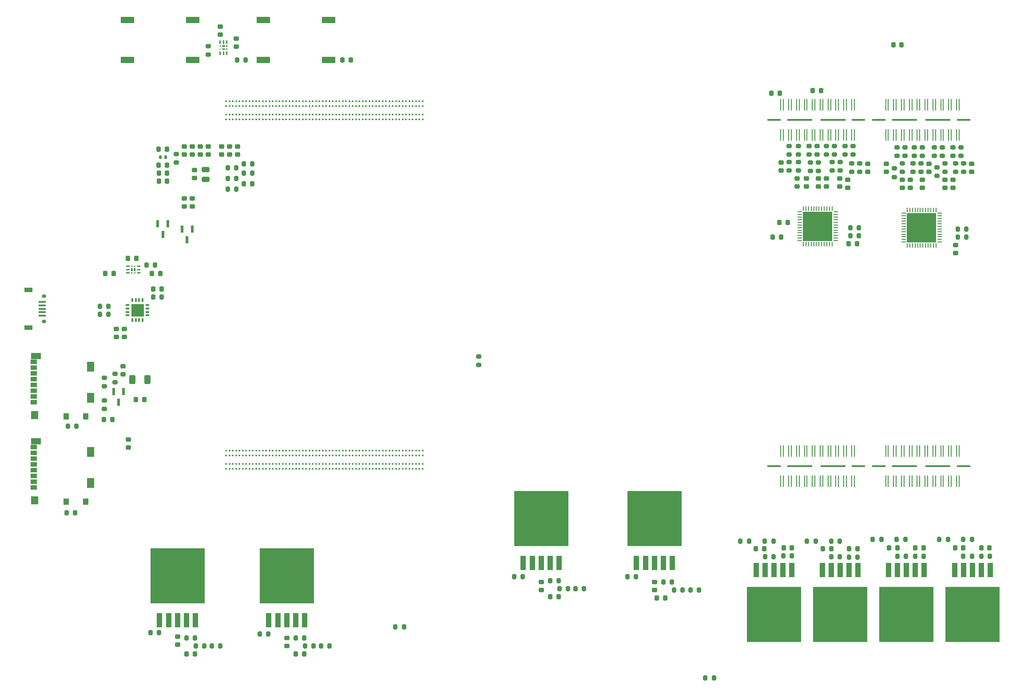
<source format=gtp>
%TF.GenerationSoftware,KiCad,Pcbnew,9.0.2*%
%TF.CreationDate,2025-10-06T13:03:54-05:00*%
%TF.ProjectId,PSEC5_Ctrl_Board,50534543-355f-4437-9472-6c5f426f6172,rev?*%
%TF.SameCoordinates,Original*%
%TF.FileFunction,Paste,Top*%
%TF.FilePolarity,Positive*%
%FSLAX46Y46*%
G04 Gerber Fmt 4.6, Leading zero omitted, Abs format (unit mm)*
G04 Created by KiCad (PCBNEW 9.0.2) date 2025-10-06 13:03:54*
%MOMM*%
%LPD*%
G01*
G04 APERTURE LIST*
G04 Aperture macros list*
%AMRoundRect*
0 Rectangle with rounded corners*
0 $1 Rounding radius*
0 $2 $3 $4 $5 $6 $7 $8 $9 X,Y pos of 4 corners*
0 Add a 4 corners polygon primitive as box body*
4,1,4,$2,$3,$4,$5,$6,$7,$8,$9,$2,$3,0*
0 Add four circle primitives for the rounded corners*
1,1,$1+$1,$2,$3*
1,1,$1+$1,$4,$5*
1,1,$1+$1,$6,$7*
1,1,$1+$1,$8,$9*
0 Add four rect primitives between the rounded corners*
20,1,$1+$1,$2,$3,$4,$5,0*
20,1,$1+$1,$4,$5,$6,$7,0*
20,1,$1+$1,$6,$7,$8,$9,0*
20,1,$1+$1,$8,$9,$2,$3,0*%
G04 Aperture macros list end*
%ADD10C,0.000000*%
%ADD11RoundRect,0.200000X0.275000X-0.200000X0.275000X0.200000X-0.275000X0.200000X-0.275000X-0.200000X0*%
%ADD12RoundRect,0.200000X-0.275000X0.200000X-0.275000X-0.200000X0.275000X-0.200000X0.275000X0.200000X0*%
%ADD13R,2.500000X1.200000*%
%ADD14RoundRect,0.200000X0.200000X0.275000X-0.200000X0.275000X-0.200000X-0.275000X0.200000X-0.275000X0*%
%ADD15RoundRect,0.225000X-0.225000X-0.250000X0.225000X-0.250000X0.225000X0.250000X-0.225000X0.250000X0*%
%ADD16RoundRect,0.225000X-0.250000X0.225000X-0.250000X-0.225000X0.250000X-0.225000X0.250000X0.225000X0*%
%ADD17RoundRect,0.200000X-0.200000X-0.275000X0.200000X-0.275000X0.200000X0.275000X-0.200000X0.275000X0*%
%ADD18RoundRect,0.225000X0.250000X-0.225000X0.250000X0.225000X-0.250000X0.225000X-0.250000X-0.225000X0*%
%ADD19R,1.143000X0.812800*%
%ADD20R,1.041400X1.244600*%
%ADD21R,1.397000X1.600200*%
%ADD22R,1.854200X1.219200*%
%ADD23R,1.397000X1.955800*%
%ADD24RoundRect,0.225000X0.225000X0.250000X-0.225000X0.250000X-0.225000X-0.250000X0.225000X-0.250000X0*%
%ADD25R,1.016000X2.692400*%
%ADD26R,10.414000X10.464800*%
%ADD27R,0.812800X0.254000*%
%ADD28R,0.254000X0.812800*%
%ADD29R,5.638800X5.638800*%
%ADD30R,0.558800X1.320800*%
%ADD31RoundRect,0.250000X-0.312500X-0.625000X0.312500X-0.625000X0.312500X0.625000X-0.312500X0.625000X0*%
%ADD32R,0.304800X0.762000*%
%ADD33R,0.762000X0.304800*%
%ADD34R,2.489200X2.489200*%
%ADD35C,0.356000*%
%ADD36R,1.346200X0.406400*%
%ADD37O,0.850000X0.650000*%
%ADD38R,1.498600X0.812800*%
%ADD39RoundRect,0.250000X-0.475000X0.250000X-0.475000X-0.250000X0.475000X-0.250000X0.475000X0.250000X0*%
%ADD40R,0.280000X2.270000*%
%ADD41R,2.540000X0.430000*%
%ADD42R,4.700000X0.430000*%
%ADD43RoundRect,0.135000X0.135000X0.185000X-0.135000X0.185000X-0.135000X-0.185000X0.135000X-0.185000X0*%
G04 APERTURE END LIST*
D10*
%TO.C,ADC2*%
G36*
X214796700Y-79258300D02*
G01*
X213587000Y-79258300D01*
X213587000Y-78048600D01*
X214796700Y-78048600D01*
X214796700Y-79258300D01*
G37*
G36*
X214796700Y-80668000D02*
G01*
X213587000Y-80668000D01*
X213587000Y-79458300D01*
X214796700Y-79458300D01*
X214796700Y-80668000D01*
G37*
G36*
X214796700Y-82077700D02*
G01*
X213587000Y-82077700D01*
X213587000Y-80868000D01*
X214796700Y-80868000D01*
X214796700Y-82077700D01*
G37*
G36*
X214796700Y-83487400D02*
G01*
X213587000Y-83487400D01*
X213587000Y-82277700D01*
X214796700Y-82277700D01*
X214796700Y-83487400D01*
G37*
G36*
X216206400Y-79258300D02*
G01*
X214996700Y-79258300D01*
X214996700Y-78048600D01*
X216206400Y-78048600D01*
X216206400Y-79258300D01*
G37*
G36*
X216206400Y-80668000D02*
G01*
X214996700Y-80668000D01*
X214996700Y-79458300D01*
X216206400Y-79458300D01*
X216206400Y-80668000D01*
G37*
G36*
X216206400Y-82077700D02*
G01*
X214996700Y-82077700D01*
X214996700Y-80868000D01*
X216206400Y-80868000D01*
X216206400Y-82077700D01*
G37*
G36*
X216206400Y-83487400D02*
G01*
X214996700Y-83487400D01*
X214996700Y-82277700D01*
X216206400Y-82277700D01*
X216206400Y-83487400D01*
G37*
G36*
X217616100Y-79258300D02*
G01*
X216406400Y-79258300D01*
X216406400Y-78048600D01*
X217616100Y-78048600D01*
X217616100Y-79258300D01*
G37*
G36*
X217616100Y-80668000D02*
G01*
X216406400Y-80668000D01*
X216406400Y-79458300D01*
X217616100Y-79458300D01*
X217616100Y-80668000D01*
G37*
G36*
X217616100Y-82077700D02*
G01*
X216406400Y-82077700D01*
X216406400Y-80868000D01*
X217616100Y-80868000D01*
X217616100Y-82077700D01*
G37*
G36*
X217616100Y-83487400D02*
G01*
X216406400Y-83487400D01*
X216406400Y-82277700D01*
X217616100Y-82277700D01*
X217616100Y-83487400D01*
G37*
G36*
X219025800Y-79258300D02*
G01*
X217816100Y-79258300D01*
X217816100Y-78048600D01*
X219025800Y-78048600D01*
X219025800Y-79258300D01*
G37*
G36*
X219025800Y-80668000D02*
G01*
X217816100Y-80668000D01*
X217816100Y-79458300D01*
X219025800Y-79458300D01*
X219025800Y-80668000D01*
G37*
G36*
X219025800Y-82077700D02*
G01*
X217816100Y-82077700D01*
X217816100Y-80868000D01*
X219025800Y-80868000D01*
X219025800Y-82077700D01*
G37*
G36*
X219025800Y-83487400D02*
G01*
X217816100Y-83487400D01*
X217816100Y-82277700D01*
X219025800Y-82277700D01*
X219025800Y-83487400D01*
G37*
%TO.C,U12*%
G36*
X102486999Y-45977000D02*
G01*
X102236999Y-45977000D01*
X102236999Y-45326999D01*
X102486999Y-45326999D01*
X102486999Y-45977000D01*
G37*
G36*
X102486999Y-48077001D02*
G01*
X102236999Y-48077001D01*
X102236999Y-47427000D01*
X102486999Y-47427000D01*
X102486999Y-48077001D01*
G37*
G36*
X103137000Y-45977000D02*
G01*
X102886998Y-45977000D01*
X102886998Y-45326999D01*
X103137000Y-45326999D01*
X103137000Y-45977000D01*
G37*
G36*
X103137000Y-48077001D02*
G01*
X102886998Y-48077001D01*
X102886998Y-47427000D01*
X103137000Y-47427000D01*
X103137000Y-48077001D01*
G37*
G36*
X103786999Y-45977000D02*
G01*
X103536999Y-45977000D01*
X103536999Y-45326999D01*
X103786999Y-45326999D01*
X103786999Y-45977000D01*
G37*
G36*
X103786999Y-48077001D02*
G01*
X103536999Y-48077001D01*
X103536999Y-47427000D01*
X103786999Y-47427000D01*
X103786999Y-48077001D01*
G37*
G36*
X102518299Y-46460579D02*
G01*
X102376878Y-46602000D01*
X102286829Y-46602000D01*
X102286829Y-46268930D01*
X102518299Y-46268930D01*
X102518299Y-46460579D01*
G37*
G36*
X102518299Y-46943421D02*
G01*
X102518299Y-47135070D01*
X102286829Y-47135070D01*
X102286829Y-46802000D01*
X102376878Y-46802000D01*
X102518299Y-46943421D01*
G37*
G36*
X103737169Y-46602000D02*
G01*
X103647120Y-46602000D01*
X103505699Y-46460579D01*
X103505699Y-46268930D01*
X103737169Y-46268930D01*
X103737169Y-46602000D01*
G37*
G36*
X103737169Y-47135070D02*
G01*
X103505699Y-47135070D01*
X103505699Y-46943421D01*
X103647120Y-46802000D01*
X103737169Y-46802000D01*
X103737169Y-47135070D01*
G37*
G36*
X103305699Y-46460579D02*
G01*
X103164278Y-46602000D01*
X102859720Y-46602000D01*
X102718299Y-46460579D01*
X102718299Y-46268930D01*
X103305699Y-46268930D01*
X103305699Y-46460579D01*
G37*
G36*
X103305699Y-46943421D02*
G01*
X103305699Y-47135070D01*
X102718299Y-47135070D01*
X102718299Y-46943421D01*
X102859720Y-46802000D01*
X103164278Y-46802000D01*
X103305699Y-46943421D01*
G37*
%TO.C,U11*%
G36*
X85093000Y-88487001D02*
G01*
X84442999Y-88487001D01*
X84442999Y-88237001D01*
X85093000Y-88237001D01*
X85093000Y-88487001D01*
G37*
G36*
X85093000Y-89137002D02*
G01*
X84442999Y-89137002D01*
X84442999Y-88887000D01*
X85093000Y-88887000D01*
X85093000Y-89137002D01*
G37*
G36*
X85093000Y-89787001D02*
G01*
X84442999Y-89787001D01*
X84442999Y-89537001D01*
X85093000Y-89537001D01*
X85093000Y-89787001D01*
G37*
G36*
X87193001Y-88487001D02*
G01*
X86543000Y-88487001D01*
X86543000Y-88237001D01*
X87193001Y-88237001D01*
X87193001Y-88487001D01*
G37*
G36*
X87193001Y-89137002D02*
G01*
X86543000Y-89137002D01*
X86543000Y-88887000D01*
X87193001Y-88887000D01*
X87193001Y-89137002D01*
G37*
G36*
X87193001Y-89787001D02*
G01*
X86543000Y-89787001D01*
X86543000Y-89537001D01*
X87193001Y-89537001D01*
X87193001Y-89787001D01*
G37*
G36*
X85718000Y-88376880D02*
G01*
X85576579Y-88518301D01*
X85384930Y-88518301D01*
X85384930Y-88286831D01*
X85718000Y-88286831D01*
X85718000Y-88376880D01*
G37*
G36*
X85718000Y-89647122D02*
G01*
X85718000Y-89737171D01*
X85384930Y-89737171D01*
X85384930Y-89505701D01*
X85576579Y-89505701D01*
X85718000Y-89647122D01*
G37*
G36*
X86251070Y-88518301D02*
G01*
X86059421Y-88518301D01*
X85918000Y-88376880D01*
X85918000Y-88286831D01*
X86251070Y-88286831D01*
X86251070Y-88518301D01*
G37*
G36*
X86251070Y-89737171D02*
G01*
X85918000Y-89737171D01*
X85918000Y-89647122D01*
X86059421Y-89505701D01*
X86251070Y-89505701D01*
X86251070Y-89737171D01*
G37*
G36*
X85718000Y-88859722D02*
G01*
X85718000Y-89164280D01*
X85576579Y-89305701D01*
X85384930Y-89305701D01*
X85384930Y-88718301D01*
X85576579Y-88718301D01*
X85718000Y-88859722D01*
G37*
G36*
X86251070Y-89305701D02*
G01*
X86059421Y-89305701D01*
X85918000Y-89164280D01*
X85918000Y-88859722D01*
X86059421Y-88718301D01*
X86251070Y-88718301D01*
X86251070Y-89305701D01*
G37*
%TO.C,ADC1*%
G36*
X234608700Y-79516300D02*
G01*
X233399000Y-79516300D01*
X233399000Y-78306600D01*
X234608700Y-78306600D01*
X234608700Y-79516300D01*
G37*
G36*
X234608700Y-80926000D02*
G01*
X233399000Y-80926000D01*
X233399000Y-79716300D01*
X234608700Y-79716300D01*
X234608700Y-80926000D01*
G37*
G36*
X234608700Y-82335700D02*
G01*
X233399000Y-82335700D01*
X233399000Y-81126000D01*
X234608700Y-81126000D01*
X234608700Y-82335700D01*
G37*
G36*
X234608700Y-83745400D02*
G01*
X233399000Y-83745400D01*
X233399000Y-82535700D01*
X234608700Y-82535700D01*
X234608700Y-83745400D01*
G37*
G36*
X236018400Y-79516300D02*
G01*
X234808700Y-79516300D01*
X234808700Y-78306600D01*
X236018400Y-78306600D01*
X236018400Y-79516300D01*
G37*
G36*
X236018400Y-80926000D02*
G01*
X234808700Y-80926000D01*
X234808700Y-79716300D01*
X236018400Y-79716300D01*
X236018400Y-80926000D01*
G37*
G36*
X236018400Y-82335700D02*
G01*
X234808700Y-82335700D01*
X234808700Y-81126000D01*
X236018400Y-81126000D01*
X236018400Y-82335700D01*
G37*
G36*
X236018400Y-83745400D02*
G01*
X234808700Y-83745400D01*
X234808700Y-82535700D01*
X236018400Y-82535700D01*
X236018400Y-83745400D01*
G37*
G36*
X237428100Y-79516300D02*
G01*
X236218400Y-79516300D01*
X236218400Y-78306600D01*
X237428100Y-78306600D01*
X237428100Y-79516300D01*
G37*
G36*
X237428100Y-80926000D02*
G01*
X236218400Y-80926000D01*
X236218400Y-79716300D01*
X237428100Y-79716300D01*
X237428100Y-80926000D01*
G37*
G36*
X237428100Y-82335700D02*
G01*
X236218400Y-82335700D01*
X236218400Y-81126000D01*
X237428100Y-81126000D01*
X237428100Y-82335700D01*
G37*
G36*
X237428100Y-83745400D02*
G01*
X236218400Y-83745400D01*
X236218400Y-82535700D01*
X237428100Y-82535700D01*
X237428100Y-83745400D01*
G37*
G36*
X238837800Y-79516300D02*
G01*
X237628100Y-79516300D01*
X237628100Y-78306600D01*
X238837800Y-78306600D01*
X238837800Y-79516300D01*
G37*
G36*
X238837800Y-80926000D02*
G01*
X237628100Y-80926000D01*
X237628100Y-79716300D01*
X238837800Y-79716300D01*
X238837800Y-80926000D01*
G37*
G36*
X238837800Y-82335700D02*
G01*
X237628100Y-82335700D01*
X237628100Y-81126000D01*
X238837800Y-81126000D01*
X238837800Y-82335700D01*
G37*
G36*
X238837800Y-83745400D02*
G01*
X237628100Y-83745400D01*
X237628100Y-82535700D01*
X238837800Y-82535700D01*
X238837800Y-83745400D01*
G37*
%TD*%
D11*
%TO.C,R68*%
X80264000Y-115633000D03*
X80264000Y-113983000D03*
%TD*%
D12*
%TO.C,R62*%
X219075000Y-68517000D03*
X219075000Y-70167000D03*
%TD*%
D13*
%TO.C,SW2*%
X123090000Y-41402000D03*
X110590000Y-41402000D03*
X123090000Y-49022000D03*
X110590000Y-49022000D03*
%TD*%
D14*
%TO.C,R18*%
X244665000Y-81280000D03*
X243015000Y-81280000D03*
%TD*%
D15*
%TO.C,C27*%
X116827000Y-162306000D03*
X118377000Y-162306000D03*
%TD*%
D14*
%TO.C,R83*%
X74993000Y-118872000D03*
X73343000Y-118872000D03*
%TD*%
D16*
%TO.C,C7*%
X214122000Y-71615000D03*
X214122000Y-73165000D03*
%TD*%
D15*
%TO.C,C122*%
X86347000Y-113792000D03*
X87897000Y-113792000D03*
%TD*%
%TO.C,C18*%
X165341000Y-151384000D03*
X166891000Y-151384000D03*
%TD*%
D12*
%TO.C,R72*%
X210820000Y-65469000D03*
X210820000Y-67119000D03*
%TD*%
D17*
%TO.C,R26*%
X106871000Y-70612000D03*
X108521000Y-70612000D03*
%TD*%
D18*
%TO.C,C61*%
X97028000Y-76975000D03*
X97028000Y-75425000D03*
%TD*%
%TO.C,C94*%
X83820000Y-108979000D03*
X83820000Y-107429000D03*
%TD*%
D19*
%TO.C,J6*%
X66868500Y-114357000D03*
X66868500Y-113257000D03*
X66868500Y-112156999D03*
X66868500Y-111056999D03*
X66868500Y-109956999D03*
X66868500Y-108856998D03*
X66868500Y-107757001D03*
X66868500Y-106657000D03*
D20*
X73018500Y-116992001D03*
X76718500Y-116992001D03*
D21*
X66993501Y-116817000D03*
D22*
X67218499Y-105497000D03*
D23*
X77693500Y-107522010D03*
X77693500Y-113492011D03*
%TD*%
D24*
%TO.C,C22*%
X206075000Y-142300000D03*
X204525000Y-142300000D03*
%TD*%
D16*
%TO.C,C66*%
X84074000Y-100330000D03*
X84074000Y-101880000D03*
%TD*%
D24*
%TO.C,C4*%
X187211000Y-151638000D03*
X185661000Y-151638000D03*
%TD*%
D12*
%TO.C,R53*%
X214630000Y-65469000D03*
X214630000Y-67119000D03*
%TD*%
D17*
%TO.C,R28*%
X106871000Y-68834000D03*
X108521000Y-68834000D03*
%TD*%
D24*
%TO.C,C20*%
X218875000Y-142300000D03*
X217325000Y-142300000D03*
%TD*%
D12*
%TO.C,R15*%
X242062000Y-65723000D03*
X242062000Y-67373000D03*
%TD*%
D17*
%TO.C,R42*%
X231475000Y-143700000D03*
X233125000Y-143700000D03*
%TD*%
D12*
%TO.C,R98*%
X212598000Y-68517000D03*
X212598000Y-70167000D03*
%TD*%
%TO.C,R25*%
X236220000Y-65723000D03*
X236220000Y-67373000D03*
%TD*%
D16*
%TO.C,C74*%
X229362000Y-68821000D03*
X229362000Y-70371000D03*
%TD*%
D12*
%TO.C,R58*%
X82296000Y-108903000D03*
X82296000Y-110553000D03*
%TD*%
D15*
%TO.C,C12*%
X234925000Y-142100000D03*
X236475000Y-142100000D03*
%TD*%
D13*
%TO.C,SW1*%
X97182000Y-41402000D03*
X84682000Y-41402000D03*
X97182000Y-49022000D03*
X84682000Y-49022000D03*
%TD*%
D24*
%TO.C,C109*%
X209309000Y-82804000D03*
X207759000Y-82804000D03*
%TD*%
D25*
%TO.C,LDO4*%
X111658400Y-155854400D03*
X113360200Y-155854400D03*
X115062000Y-155854400D03*
X116763800Y-155854400D03*
X118465600Y-155854400D03*
D26*
X115062000Y-147421600D03*
%TD*%
D12*
%TO.C,R51*%
X217932000Y-65469000D03*
X217932000Y-67119000D03*
%TD*%
D17*
%TO.C,R14*%
X100775000Y-160782000D03*
X102425000Y-160782000D03*
%TD*%
D24*
%TO.C,C46*%
X92228000Y-72136000D03*
X90678000Y-72136000D03*
%TD*%
D18*
%TO.C,C21*%
X105664000Y-67082000D03*
X105664000Y-65532000D03*
%TD*%
D17*
%TO.C,R29*%
X194875000Y-166900000D03*
X196525000Y-166900000D03*
%TD*%
D15*
%TO.C,C3*%
X247525000Y-142100000D03*
X249075000Y-142100000D03*
%TD*%
D27*
%TO.C,ADC2*%
X212902800Y-78018000D03*
X212902800Y-78517999D03*
X212902800Y-79018001D03*
X212902800Y-79518000D03*
X212902800Y-80017999D03*
X212902800Y-80518000D03*
X212902800Y-81018000D03*
X212902800Y-81518001D03*
X212902800Y-82018000D03*
X212902800Y-82517999D03*
X212902800Y-83018001D03*
X212902800Y-83518000D03*
D28*
X213556400Y-84171600D03*
X214056399Y-84171600D03*
X214556401Y-84171600D03*
X215056400Y-84171600D03*
X215556399Y-84171600D03*
X216056400Y-84171600D03*
X216556400Y-84171600D03*
X217056401Y-84171600D03*
X217556400Y-84171600D03*
X218056399Y-84171600D03*
X218556401Y-84171600D03*
X219056400Y-84171600D03*
D27*
X219710000Y-83518000D03*
X219710000Y-83018001D03*
X219710000Y-82517999D03*
X219710000Y-82018000D03*
X219710000Y-81518001D03*
X219710000Y-81018000D03*
X219710000Y-80518000D03*
X219710000Y-80017999D03*
X219710000Y-79518000D03*
X219710000Y-79018001D03*
X219710000Y-78517999D03*
X219710000Y-78018000D03*
D28*
X219056400Y-77364400D03*
X218556401Y-77364400D03*
X218056399Y-77364400D03*
X217556400Y-77364400D03*
X217056401Y-77364400D03*
X216556400Y-77364400D03*
X216056400Y-77364400D03*
X215556399Y-77364400D03*
X215056400Y-77364400D03*
X214556401Y-77364400D03*
X214056399Y-77364400D03*
X213556400Y-77364400D03*
D29*
X216306400Y-80768000D03*
%TD*%
D17*
%TO.C,R38*%
X222275000Y-143900000D03*
X223925000Y-143900000D03*
%TD*%
D18*
%TO.C,C52*%
X100089000Y-67082000D03*
X100089000Y-65532000D03*
%TD*%
D12*
%TO.C,R96*%
X222758000Y-68771000D03*
X222758000Y-70421000D03*
%TD*%
D16*
%TO.C,C15*%
X94234000Y-158991000D03*
X94234000Y-160541000D03*
%TD*%
D15*
%TO.C,R86*%
X215379000Y-54864000D03*
X216929000Y-54864000D03*
%TD*%
D12*
%TO.C,R80*%
X242570000Y-68771000D03*
X242570000Y-70421000D03*
%TD*%
D30*
%TO.C,Q4*%
X83944501Y-112268000D03*
X82044499Y-112268000D03*
X82994500Y-114300000D03*
%TD*%
D12*
%TO.C,R54*%
X212598000Y-65469000D03*
X212598000Y-67119000D03*
%TD*%
D19*
%TO.C,J3*%
X66868500Y-130613000D03*
X66868500Y-129513000D03*
X66868500Y-128412999D03*
X66868500Y-127312999D03*
X66868500Y-126212999D03*
X66868500Y-125112998D03*
X66868500Y-124013001D03*
X66868500Y-122913000D03*
D20*
X73018500Y-133248001D03*
X76718500Y-133248001D03*
D21*
X66993501Y-133073000D03*
D22*
X67218499Y-121753000D03*
D23*
X77693500Y-123778010D03*
X77693500Y-129748011D03*
%TD*%
D16*
%TO.C,C111*%
X242570000Y-84315000D03*
X242570000Y-85865000D03*
%TD*%
D14*
%TO.C,R101*%
X245725000Y-140500000D03*
X244075000Y-140500000D03*
%TD*%
D17*
%TO.C,R13*%
X95949000Y-159258000D03*
X97599000Y-159258000D03*
%TD*%
D12*
%TO.C,R46*%
X232918000Y-65723000D03*
X232918000Y-67373000D03*
%TD*%
D17*
%TO.C,R12*%
X89091000Y-158242000D03*
X90741000Y-158242000D03*
%TD*%
D16*
%TO.C,C77*%
X233934000Y-71869000D03*
X233934000Y-73419000D03*
%TD*%
D17*
%TO.C,R103*%
X118555000Y-160782000D03*
X120205000Y-160782000D03*
%TD*%
D12*
%TO.C,R90*%
X239014000Y-69533000D03*
X239014000Y-71183000D03*
%TD*%
D31*
%TO.C,FB2*%
X85598000Y-109982000D03*
X88523000Y-109982000D03*
%TD*%
D32*
%TO.C,U9*%
X87588999Y-94856300D03*
X86939001Y-94856300D03*
X86288999Y-94856300D03*
X85639001Y-94856300D03*
D33*
X84696300Y-95799001D03*
X84696300Y-96448999D03*
X84696300Y-97099001D03*
X84696300Y-97748999D03*
D32*
X85639001Y-98691700D03*
X86288999Y-98691700D03*
X86939001Y-98691700D03*
X87588999Y-98691700D03*
D33*
X88531700Y-97748999D03*
X88531700Y-97099001D03*
X88531700Y-96448999D03*
X88531700Y-95799001D03*
D34*
X86614000Y-96774000D03*
%TD*%
D15*
%TO.C,C26*%
X95999000Y-162306000D03*
X97549000Y-162306000D03*
%TD*%
D17*
%TO.C,R33*%
X192024000Y-150114000D03*
X193674000Y-150114000D03*
%TD*%
D18*
%TO.C,C63*%
X95530000Y-76975000D03*
X95530000Y-75425000D03*
%TD*%
%TO.C,C49*%
X97028000Y-67069000D03*
X97028000Y-65519000D03*
%TD*%
D24*
%TO.C,C48*%
X92228000Y-70612000D03*
X90678000Y-70612000D03*
%TD*%
D16*
%TO.C,C25*%
X221996000Y-71869000D03*
X221996000Y-73419000D03*
%TD*%
D35*
%TO.C,J10*%
X140975500Y-56924000D03*
X140340500Y-56924000D03*
X139705500Y-56924000D03*
X139070500Y-56924000D03*
X138435500Y-56924000D03*
X137800500Y-56924000D03*
X137165500Y-56924000D03*
X136530500Y-56924000D03*
X135895500Y-56924000D03*
X135260500Y-56924000D03*
X134625500Y-56924000D03*
X133990500Y-56924000D03*
X133355500Y-56924000D03*
X132720500Y-56924000D03*
X132085500Y-56924000D03*
X131450500Y-56924000D03*
X130815500Y-56924000D03*
X130180500Y-56924000D03*
X129545500Y-56924000D03*
X128910500Y-56924000D03*
X128275500Y-56924000D03*
X127640500Y-56924000D03*
X127005500Y-56924000D03*
X126370500Y-56924000D03*
X125735500Y-56924000D03*
X125100500Y-56924000D03*
X124465500Y-56924000D03*
X123830500Y-56924000D03*
X123195500Y-56924000D03*
X122560500Y-56924000D03*
X121925500Y-56924000D03*
X121290500Y-56924000D03*
X120655500Y-56924000D03*
X120020500Y-56924000D03*
X119385500Y-56924000D03*
X118750500Y-56924000D03*
X118115500Y-56924000D03*
X117480500Y-56924000D03*
X116845500Y-56924000D03*
X116210500Y-56924000D03*
X115575500Y-56924000D03*
X114940500Y-56924000D03*
X114305500Y-56924000D03*
X113670500Y-56924000D03*
X113035500Y-56924000D03*
X112400500Y-56924000D03*
X111765500Y-56924000D03*
X111130500Y-56924000D03*
X110495500Y-56924000D03*
X109860500Y-56924000D03*
X109225500Y-56924000D03*
X108590500Y-56924000D03*
X107955500Y-56924000D03*
X107320500Y-56924000D03*
X106685500Y-56924000D03*
X106050500Y-56924000D03*
X105415500Y-56924000D03*
X104780500Y-56924000D03*
X104145500Y-56924000D03*
X103510500Y-56924000D03*
X140975500Y-57884000D03*
X140340500Y-57884000D03*
X139705500Y-57884000D03*
X139070500Y-57884000D03*
X138435500Y-57884000D03*
X137800500Y-57884000D03*
X137165500Y-57884000D03*
X136530500Y-57884000D03*
X135895500Y-57884000D03*
X135260500Y-57884000D03*
X134625500Y-57884000D03*
X133990500Y-57884000D03*
X133355500Y-57884000D03*
X132720500Y-57884000D03*
X132085500Y-57884000D03*
X131450500Y-57884000D03*
X130815500Y-57884000D03*
X130180500Y-57884000D03*
X129545500Y-57884000D03*
X128910500Y-57884000D03*
X128275500Y-57884000D03*
X127640500Y-57884000D03*
X127005500Y-57884000D03*
X126370500Y-57884000D03*
X125735500Y-57884000D03*
X125100500Y-57884000D03*
X124465500Y-57884000D03*
X123830500Y-57884000D03*
X123195500Y-57884000D03*
X122560500Y-57884000D03*
X121925500Y-57884000D03*
X121290500Y-57884000D03*
X120655500Y-57884000D03*
X120020500Y-57884000D03*
X119385500Y-57884000D03*
X118750500Y-57884000D03*
X118115500Y-57884000D03*
X117480500Y-57884000D03*
X116845500Y-57884000D03*
X116210500Y-57884000D03*
X115575500Y-57884000D03*
X114940500Y-57884000D03*
X114305500Y-57884000D03*
X113670500Y-57884000D03*
X113035500Y-57884000D03*
X112400500Y-57884000D03*
X111765500Y-57884000D03*
X111130500Y-57884000D03*
X110495500Y-57884000D03*
X109860500Y-57884000D03*
X109225500Y-57884000D03*
X108590500Y-57884000D03*
X107955500Y-57884000D03*
X107320500Y-57884000D03*
X106685500Y-57884000D03*
X106050500Y-57884000D03*
X105415500Y-57884000D03*
X104780500Y-57884000D03*
X104145500Y-57884000D03*
X103510500Y-57884000D03*
X140975500Y-59464000D03*
X140340500Y-59464000D03*
X139705500Y-59464000D03*
X139070500Y-59464000D03*
X138435500Y-59464000D03*
X137800500Y-59464000D03*
X137165500Y-59464000D03*
X136530500Y-59464000D03*
X135895500Y-59464000D03*
X135260500Y-59464000D03*
X134625500Y-59464000D03*
X133990500Y-59464000D03*
X133355500Y-59464000D03*
X132720500Y-59464000D03*
X132085500Y-59464000D03*
X131450500Y-59464000D03*
X130815500Y-59464000D03*
X130180500Y-59464000D03*
X129545500Y-59464000D03*
X128910500Y-59464000D03*
X128275500Y-59464000D03*
X127640500Y-59464000D03*
X127005500Y-59464000D03*
X126370500Y-59464000D03*
X125735500Y-59464000D03*
X125100500Y-59464000D03*
X124465500Y-59464000D03*
X123830500Y-59464000D03*
X123195500Y-59464000D03*
X122560500Y-59464000D03*
X121925500Y-59464000D03*
X121290500Y-59464000D03*
X120655500Y-59464000D03*
X120020500Y-59464000D03*
X119385500Y-59464000D03*
X118750500Y-59464000D03*
X118115500Y-59464000D03*
X117480500Y-59464000D03*
X116845500Y-59464000D03*
X116210500Y-59464000D03*
X115575500Y-59464000D03*
X114940500Y-59464000D03*
X114305500Y-59464000D03*
X113670500Y-59464000D03*
X113035500Y-59464000D03*
X112400500Y-59464000D03*
X111765500Y-59464000D03*
X111130500Y-59464000D03*
X110495500Y-59464000D03*
X109860500Y-59464000D03*
X109225500Y-59464000D03*
X108590500Y-59464000D03*
X107955500Y-59464000D03*
X107320500Y-59464000D03*
X106685500Y-59464000D03*
X106050500Y-59464000D03*
X105415500Y-59464000D03*
X104780500Y-59464000D03*
X104145500Y-59464000D03*
X103510500Y-59464000D03*
X140975500Y-60424000D03*
X140340500Y-60424000D03*
X139705500Y-60424000D03*
X139070500Y-60424000D03*
X138435500Y-60424000D03*
X137800500Y-60424000D03*
X137165500Y-60424000D03*
X136530500Y-60424000D03*
X135895500Y-60424000D03*
X135260500Y-60424000D03*
X134625500Y-60424000D03*
X133990500Y-60424000D03*
X133355500Y-60424000D03*
X132720500Y-60424000D03*
X132085500Y-60424000D03*
X131450500Y-60424000D03*
X130815500Y-60424000D03*
X130180500Y-60424000D03*
X129545500Y-60424000D03*
X128910500Y-60424000D03*
X128275500Y-60424000D03*
X127640500Y-60424000D03*
X127005500Y-60424000D03*
X126370500Y-60424000D03*
X125735500Y-60424000D03*
X125100500Y-60424000D03*
X124465500Y-60424000D03*
X123830500Y-60424000D03*
X123195500Y-60424000D03*
X122560500Y-60424000D03*
X121925500Y-60424000D03*
X121290500Y-60424000D03*
X120655500Y-60424000D03*
X120020500Y-60424000D03*
X119385500Y-60424000D03*
X118750500Y-60424000D03*
X118115500Y-60424000D03*
X117480500Y-60424000D03*
X116845500Y-60424000D03*
X116210500Y-60424000D03*
X115575500Y-60424000D03*
X114940500Y-60424000D03*
X114305500Y-60424000D03*
X113670500Y-60424000D03*
X113035500Y-60424000D03*
X112400500Y-60424000D03*
X111765500Y-60424000D03*
X111130500Y-60424000D03*
X110495500Y-60424000D03*
X109860500Y-60424000D03*
X109225500Y-60424000D03*
X108590500Y-60424000D03*
X107955500Y-60424000D03*
X107320500Y-60424000D03*
X106685500Y-60424000D03*
X106050500Y-60424000D03*
X105415500Y-60424000D03*
X104780500Y-60424000D03*
X104145500Y-60424000D03*
X103510500Y-60424000D03*
%TD*%
D17*
%TO.C,R36*%
X170117000Y-149860000D03*
X171767000Y-149860000D03*
%TD*%
D16*
%TO.C,C98*%
X245618000Y-68821000D03*
X245618000Y-70371000D03*
%TD*%
D12*
%TO.C,R99*%
X210820000Y-68517000D03*
X210820000Y-70167000D03*
%TD*%
D14*
%TO.C,R107*%
X220525000Y-140800000D03*
X218875000Y-140800000D03*
%TD*%
%TO.C,R87*%
X81089000Y-97536000D03*
X79439000Y-97536000D03*
%TD*%
D24*
%TO.C,C45*%
X82055000Y-89776300D03*
X80505000Y-89776300D03*
%TD*%
D35*
%TO.C,J5*%
X140975500Y-123536000D03*
X140340500Y-123536000D03*
X139705500Y-123536000D03*
X139070500Y-123536000D03*
X138435500Y-123536000D03*
X137800500Y-123536000D03*
X137165500Y-123536000D03*
X136530500Y-123536000D03*
X135895500Y-123536000D03*
X135260500Y-123536000D03*
X134625500Y-123536000D03*
X133990500Y-123536000D03*
X133355500Y-123536000D03*
X132720500Y-123536000D03*
X132085500Y-123536000D03*
X131450500Y-123536000D03*
X130815500Y-123536000D03*
X130180500Y-123536000D03*
X129545500Y-123536000D03*
X128910500Y-123536000D03*
X128275500Y-123536000D03*
X127640500Y-123536000D03*
X127005500Y-123536000D03*
X126370500Y-123536000D03*
X125735500Y-123536000D03*
X125100500Y-123536000D03*
X124465500Y-123536000D03*
X123830500Y-123536000D03*
X123195500Y-123536000D03*
X122560500Y-123536000D03*
X121925500Y-123536000D03*
X121290500Y-123536000D03*
X120655500Y-123536000D03*
X120020500Y-123536000D03*
X119385500Y-123536000D03*
X118750500Y-123536000D03*
X118115500Y-123536000D03*
X117480500Y-123536000D03*
X116845500Y-123536000D03*
X116210500Y-123536000D03*
X115575500Y-123536000D03*
X114940500Y-123536000D03*
X114305500Y-123536000D03*
X113670500Y-123536000D03*
X113035500Y-123536000D03*
X112400500Y-123536000D03*
X111765500Y-123536000D03*
X111130500Y-123536000D03*
X110495500Y-123536000D03*
X109860500Y-123536000D03*
X109225500Y-123536000D03*
X108590500Y-123536000D03*
X107955500Y-123536000D03*
X107320500Y-123536000D03*
X106685500Y-123536000D03*
X106050500Y-123536000D03*
X105415500Y-123536000D03*
X104780500Y-123536000D03*
X104145500Y-123536000D03*
X103510500Y-123536000D03*
X140975500Y-124496000D03*
X140340500Y-124496000D03*
X139705500Y-124496000D03*
X139070500Y-124496000D03*
X138435500Y-124496000D03*
X137800500Y-124496000D03*
X137165500Y-124496000D03*
X136530500Y-124496000D03*
X135895500Y-124496000D03*
X135260500Y-124496000D03*
X134625500Y-124496000D03*
X133990500Y-124496000D03*
X133355500Y-124496000D03*
X132720500Y-124496000D03*
X132085500Y-124496000D03*
X131450500Y-124496000D03*
X130815500Y-124496000D03*
X130180500Y-124496000D03*
X129545500Y-124496000D03*
X128910500Y-124496000D03*
X128275500Y-124496000D03*
X127640500Y-124496000D03*
X127005500Y-124496000D03*
X126370500Y-124496000D03*
X125735500Y-124496000D03*
X125100500Y-124496000D03*
X124465500Y-124496000D03*
X123830500Y-124496000D03*
X123195500Y-124496000D03*
X122560500Y-124496000D03*
X121925500Y-124496000D03*
X121290500Y-124496000D03*
X120655500Y-124496000D03*
X120020500Y-124496000D03*
X119385500Y-124496000D03*
X118750500Y-124496000D03*
X118115500Y-124496000D03*
X117480500Y-124496000D03*
X116845500Y-124496000D03*
X116210500Y-124496000D03*
X115575500Y-124496000D03*
X114940500Y-124496000D03*
X114305500Y-124496000D03*
X113670500Y-124496000D03*
X113035500Y-124496000D03*
X112400500Y-124496000D03*
X111765500Y-124496000D03*
X111130500Y-124496000D03*
X110495500Y-124496000D03*
X109860500Y-124496000D03*
X109225500Y-124496000D03*
X108590500Y-124496000D03*
X107955500Y-124496000D03*
X107320500Y-124496000D03*
X106685500Y-124496000D03*
X106050500Y-124496000D03*
X105415500Y-124496000D03*
X104780500Y-124496000D03*
X104145500Y-124496000D03*
X103510500Y-124496000D03*
X140975500Y-126076000D03*
X140340500Y-126076000D03*
X139705500Y-126076000D03*
X139070500Y-126076000D03*
X138435500Y-126076000D03*
X137800500Y-126076000D03*
X137165500Y-126076000D03*
X136530500Y-126076000D03*
X135895500Y-126076000D03*
X135260500Y-126076000D03*
X134625500Y-126076000D03*
X133990500Y-126076000D03*
X133355500Y-126076000D03*
X132720500Y-126076000D03*
X132085500Y-126076000D03*
X131450500Y-126076000D03*
X130815500Y-126076000D03*
X130180500Y-126076000D03*
X129545500Y-126076000D03*
X128910500Y-126076000D03*
X128275500Y-126076000D03*
X127640500Y-126076000D03*
X127005500Y-126076000D03*
X126370500Y-126076000D03*
X125735500Y-126076000D03*
X125100500Y-126076000D03*
X124465500Y-126076000D03*
X123830500Y-126076000D03*
X123195500Y-126076000D03*
X122560500Y-126076000D03*
X121925500Y-126076000D03*
X121290500Y-126076000D03*
X120655500Y-126076000D03*
X120020500Y-126076000D03*
X119385500Y-126076000D03*
X118750500Y-126076000D03*
X118115500Y-126076000D03*
X117480500Y-126076000D03*
X116845500Y-126076000D03*
X116210500Y-126076000D03*
X115575500Y-126076000D03*
X114940500Y-126076000D03*
X114305500Y-126076000D03*
X113670500Y-126076000D03*
X113035500Y-126076000D03*
X112400500Y-126076000D03*
X111765500Y-126076000D03*
X111130500Y-126076000D03*
X110495500Y-126076000D03*
X109860500Y-126076000D03*
X109225500Y-126076000D03*
X108590500Y-126076000D03*
X107955500Y-126076000D03*
X107320500Y-126076000D03*
X106685500Y-126076000D03*
X106050500Y-126076000D03*
X105415500Y-126076000D03*
X104780500Y-126076000D03*
X104145500Y-126076000D03*
X103510500Y-126076000D03*
X140975500Y-127036000D03*
X140340500Y-127036000D03*
X139705500Y-127036000D03*
X139070500Y-127036000D03*
X138435500Y-127036000D03*
X137800500Y-127036000D03*
X137165500Y-127036000D03*
X136530500Y-127036000D03*
X135895500Y-127036000D03*
X135260500Y-127036000D03*
X134625500Y-127036000D03*
X133990500Y-127036000D03*
X133355500Y-127036000D03*
X132720500Y-127036000D03*
X132085500Y-127036000D03*
X131450500Y-127036000D03*
X130815500Y-127036000D03*
X130180500Y-127036000D03*
X129545500Y-127036000D03*
X128910500Y-127036000D03*
X128275500Y-127036000D03*
X127640500Y-127036000D03*
X127005500Y-127036000D03*
X126370500Y-127036000D03*
X125735500Y-127036000D03*
X125100500Y-127036000D03*
X124465500Y-127036000D03*
X123830500Y-127036000D03*
X123195500Y-127036000D03*
X122560500Y-127036000D03*
X121925500Y-127036000D03*
X121290500Y-127036000D03*
X120655500Y-127036000D03*
X120020500Y-127036000D03*
X119385500Y-127036000D03*
X118750500Y-127036000D03*
X118115500Y-127036000D03*
X117480500Y-127036000D03*
X116845500Y-127036000D03*
X116210500Y-127036000D03*
X115575500Y-127036000D03*
X114940500Y-127036000D03*
X114305500Y-127036000D03*
X113670500Y-127036000D03*
X113035500Y-127036000D03*
X112400500Y-127036000D03*
X111765500Y-127036000D03*
X111130500Y-127036000D03*
X110495500Y-127036000D03*
X109860500Y-127036000D03*
X109225500Y-127036000D03*
X108590500Y-127036000D03*
X107955500Y-127036000D03*
X107320500Y-127036000D03*
X106685500Y-127036000D03*
X106050500Y-127036000D03*
X105415500Y-127036000D03*
X104780500Y-127036000D03*
X104145500Y-127036000D03*
X103510500Y-127036000D03*
%TD*%
D17*
%TO.C,R41*%
X234875000Y-143700000D03*
X236525000Y-143700000D03*
%TD*%
D14*
%TO.C,R20*%
X224154000Y-82550000D03*
X222504000Y-82550000D03*
%TD*%
D12*
%TO.C,R93*%
X230886000Y-69724000D03*
X230886000Y-71374000D03*
%TD*%
%TO.C,R92*%
X232410000Y-68771000D03*
X232410000Y-70421000D03*
%TD*%
D16*
%TO.C,C14*%
X115062000Y-159245000D03*
X115062000Y-160795000D03*
%TD*%
D18*
%TO.C,C119*%
X102616000Y-67082000D03*
X102616000Y-65532000D03*
%TD*%
D16*
%TO.C,C80*%
X236220000Y-71869000D03*
X236220000Y-73419000D03*
%TD*%
D11*
%TO.C,R66*%
X80264000Y-111315000D03*
X80264000Y-109665000D03*
%TD*%
D25*
%TO.C,LDO9*%
X236603600Y-146340500D03*
X234901800Y-146340500D03*
X233200000Y-146340500D03*
X231498200Y-146340500D03*
X229796400Y-146340500D03*
D26*
X233200000Y-154773300D03*
%TD*%
D11*
%TO.C,R22*%
X93980000Y-68643000D03*
X93980000Y-66993000D03*
%TD*%
D17*
%TO.C,R45*%
X244075000Y-143700000D03*
X245725000Y-143700000D03*
%TD*%
%TO.C,R39*%
X218875000Y-143800000D03*
X220525000Y-143800000D03*
%TD*%
D16*
%TO.C,C9*%
X216408000Y-71628000D03*
X216408000Y-73178000D03*
%TD*%
D25*
%TO.C,LDO8*%
X160172400Y-144970500D03*
X161874200Y-144970500D03*
X163576000Y-144970500D03*
X165277800Y-144970500D03*
X166979600Y-144970500D03*
D26*
X163576000Y-136537700D03*
%TD*%
D15*
%TO.C,C13*%
X222325000Y-142300000D03*
X223875000Y-142300000D03*
%TD*%
D16*
%TO.C,C72*%
X105410000Y-44945000D03*
X105410000Y-46495000D03*
%TD*%
D17*
%TO.C,R44*%
X247475000Y-143700000D03*
X249125000Y-143700000D03*
%TD*%
D16*
%TO.C,C93*%
X240538000Y-71882000D03*
X240538000Y-73432000D03*
%TD*%
D36*
%TO.C,J14*%
X68475001Y-95200000D03*
X68475001Y-95850001D03*
X68475001Y-96500000D03*
X68475001Y-97149999D03*
X68475001Y-97800000D03*
D37*
X68749321Y-94074998D03*
X68749321Y-98925002D03*
D38*
X65800000Y-92900000D03*
X65800000Y-100100000D03*
%TD*%
D17*
%TO.C,R59*%
X209750000Y-143600000D03*
X211400000Y-143600000D03*
%TD*%
D30*
%TO.C,Q8*%
X92390001Y-80264000D03*
X90489999Y-80264000D03*
X91440000Y-82296000D03*
%TD*%
D14*
%TO.C,R40*%
X215925000Y-140800000D03*
X214275000Y-140800000D03*
%TD*%
%TO.C,R55*%
X241125000Y-140500000D03*
X239475000Y-140500000D03*
%TD*%
D17*
%TO.C,R27*%
X103823000Y-69596000D03*
X105473000Y-69596000D03*
%TD*%
%TO.C,R34*%
X186881000Y-148590000D03*
X188531000Y-148590000D03*
%TD*%
%TO.C,R2*%
X109919000Y-158496000D03*
X111569000Y-158496000D03*
%TD*%
D12*
%TO.C,R97*%
X220599000Y-68517000D03*
X220599000Y-70167000D03*
%TD*%
D18*
%TO.C,C67*%
X102362000Y-44209000D03*
X102362000Y-42659000D03*
%TD*%
D12*
%TO.C,R16*%
X240030000Y-65723000D03*
X240030000Y-67373000D03*
%TD*%
D17*
%TO.C,R35*%
X158433000Y-147574000D03*
X160083000Y-147574000D03*
%TD*%
D14*
%TO.C,R8*%
X137425000Y-157200000D03*
X135775000Y-157200000D03*
%TD*%
D17*
%TO.C,R102*%
X97727000Y-160782000D03*
X99377000Y-160782000D03*
%TD*%
%TO.C,R104*%
X188913000Y-150114000D03*
X190563000Y-150114000D03*
%TD*%
D16*
%TO.C,C121*%
X84836000Y-121412000D03*
X84836000Y-122962000D03*
%TD*%
D12*
%TO.C,R63*%
X216408000Y-68580000D03*
X216408000Y-70230000D03*
%TD*%
D16*
%TO.C,C97*%
X242062000Y-71869000D03*
X242062000Y-73419000D03*
%TD*%
D14*
%TO.C,R82*%
X207850000Y-140800000D03*
X206200000Y-140800000D03*
%TD*%
D17*
%TO.C,R23*%
X103823000Y-73660000D03*
X105473000Y-73660000D03*
%TD*%
D16*
%TO.C,C8*%
X185166000Y-148577000D03*
X185166000Y-150127000D03*
%TD*%
D39*
%TO.C,C59*%
X99568000Y-69916000D03*
X99568000Y-71816000D03*
%TD*%
D15*
%TO.C,C2*%
X209800000Y-142100000D03*
X211350000Y-142100000D03*
%TD*%
D16*
%TO.C,C68*%
X82550000Y-100317000D03*
X82550000Y-101867000D03*
%TD*%
D15*
%TO.C,C42*%
X84823000Y-86868000D03*
X86373000Y-86868000D03*
%TD*%
D40*
%TO.C,J2*%
X243275000Y-57582000D03*
X243275000Y-63322000D03*
X242775000Y-57582000D03*
X242775000Y-63322000D03*
X241775000Y-57582000D03*
X241775000Y-63322000D03*
X241275000Y-57582000D03*
X241275000Y-63322000D03*
X240275000Y-57582000D03*
X240275000Y-63322000D03*
X239775000Y-57582000D03*
X239775000Y-63322000D03*
X238775000Y-57582000D03*
X238775000Y-63322000D03*
X238275000Y-57582000D03*
X238275000Y-63322000D03*
X237275000Y-57582000D03*
X237275000Y-63322000D03*
X236775000Y-57582000D03*
X236775000Y-63322000D03*
X235775000Y-57582000D03*
X235775000Y-63322000D03*
X235275000Y-57582000D03*
X235275000Y-63322000D03*
X234275000Y-57582000D03*
X234275000Y-63322000D03*
X233775000Y-57582000D03*
X233775000Y-63322000D03*
X232775000Y-57582000D03*
X232775000Y-63322000D03*
X232275000Y-57582000D03*
X232275000Y-63322000D03*
X231275000Y-57582000D03*
X231275000Y-63322000D03*
X230775000Y-57582000D03*
X230775000Y-63322000D03*
X229775000Y-57582000D03*
X229775000Y-63322000D03*
X229275000Y-57582000D03*
X229275000Y-63322000D03*
X223275000Y-57582000D03*
X223275000Y-63322000D03*
X222775000Y-57582000D03*
X222775000Y-63322000D03*
X221775000Y-57582000D03*
X221775000Y-63322000D03*
X221275000Y-57582000D03*
X221275000Y-63322000D03*
X220275000Y-57582000D03*
X220275000Y-63322000D03*
X219775000Y-57582000D03*
X219775000Y-63322000D03*
X218775000Y-57582000D03*
X218775000Y-63322000D03*
X218275000Y-57582000D03*
X218275000Y-63322000D03*
X217275000Y-57582000D03*
X217275000Y-63322000D03*
X216775000Y-57582000D03*
X216775000Y-63322000D03*
X215775000Y-57582000D03*
X215775000Y-63322000D03*
X215275000Y-57582000D03*
X215275000Y-63322000D03*
X214275000Y-57582000D03*
X214275000Y-63322000D03*
X213775000Y-57582000D03*
X213775000Y-63322000D03*
X212775000Y-57582000D03*
X212775000Y-63322000D03*
X212275000Y-57582000D03*
X212275000Y-63322000D03*
X211275000Y-57582000D03*
X211275000Y-63322000D03*
X210775000Y-57582000D03*
X210775000Y-63322000D03*
X209775000Y-57582000D03*
X209775000Y-63322000D03*
X209275000Y-57582000D03*
X209275000Y-63322000D03*
D41*
X244095000Y-60452000D03*
D42*
X239205000Y-60452000D03*
X232855000Y-60452000D03*
D41*
X227965000Y-60452000D03*
X224085000Y-60452000D03*
D42*
X219195000Y-60452000D03*
X212845000Y-60452000D03*
D41*
X207955000Y-60452000D03*
%TD*%
D24*
%TO.C,C120*%
X81801000Y-117602000D03*
X80251000Y-117602000D03*
%TD*%
D43*
%TO.C,L3*%
X91950000Y-67564000D03*
X90930000Y-67564000D03*
%TD*%
D24*
%TO.C,C92*%
X209055000Y-55372000D03*
X207505000Y-55372000D03*
%TD*%
D17*
%TO.C,R11*%
X121603000Y-160782000D03*
X123253000Y-160782000D03*
%TD*%
D12*
%TO.C,R49*%
X221488000Y-65469000D03*
X221488000Y-67119000D03*
%TD*%
D25*
%TO.C,LDO7*%
X181762400Y-144957800D03*
X183464200Y-144957800D03*
X185166000Y-144957800D03*
X186867800Y-144957800D03*
X188569600Y-144957800D03*
D26*
X185166000Y-136525000D03*
%TD*%
D16*
%TO.C,C76*%
X232410000Y-71869000D03*
X232410000Y-73419000D03*
%TD*%
%TO.C,C81*%
X237490000Y-68821000D03*
X237490000Y-70371000D03*
%TD*%
D12*
%TO.C,R77*%
X244094000Y-68771000D03*
X244094000Y-70421000D03*
%TD*%
D17*
%TO.C,R60*%
X206275000Y-143800000D03*
X207925000Y-143800000D03*
%TD*%
D25*
%TO.C,LDO10*%
X224003600Y-146340500D03*
X222301800Y-146340500D03*
X220600000Y-146340500D03*
X218898200Y-146340500D03*
X217196400Y-146340500D03*
D26*
X220600000Y-154773300D03*
%TD*%
D17*
%TO.C,R24*%
X106871000Y-72644000D03*
X108521000Y-72644000D03*
%TD*%
D14*
%TO.C,R31*%
X81089000Y-96012000D03*
X79439000Y-96012000D03*
%TD*%
D12*
%TO.C,R91*%
X234442000Y-68771000D03*
X234442000Y-70421000D03*
%TD*%
D14*
%TO.C,R65*%
X89979000Y-88138000D03*
X88329000Y-88138000D03*
%TD*%
D12*
%TO.C,R94*%
X224282000Y-68771000D03*
X224282000Y-70421000D03*
%TD*%
D15*
%TO.C,C47*%
X125717000Y-49022000D03*
X127267000Y-49022000D03*
%TD*%
%TO.C,C115*%
X222237000Y-84074000D03*
X223787000Y-84074000D03*
%TD*%
D25*
%TO.C,LDO1*%
X211403600Y-146340500D03*
X209701800Y-146340500D03*
X208000000Y-146340500D03*
X206298200Y-146340500D03*
X204596400Y-146340500D03*
D26*
X208000000Y-154773300D03*
%TD*%
D14*
%TO.C,R106*%
X233025000Y-140500000D03*
X231375000Y-140500000D03*
%TD*%
D17*
%TO.C,R78*%
X103823000Y-71628000D03*
X105473000Y-71628000D03*
%TD*%
D15*
%TO.C,C65*%
X89649000Y-92710000D03*
X91199000Y-92710000D03*
%TD*%
D12*
%TO.C,R69*%
X100076000Y-46419000D03*
X100076000Y-48069000D03*
%TD*%
D14*
%TO.C,R109*%
X74739000Y-135382000D03*
X73089000Y-135382000D03*
%TD*%
D16*
%TO.C,C28*%
X225806000Y-68821000D03*
X225806000Y-70371000D03*
%TD*%
%TO.C,C58*%
X97480000Y-70045000D03*
X97480000Y-71595000D03*
%TD*%
D14*
%TO.C,R21*%
X224154000Y-81026000D03*
X222504000Y-81026000D03*
%TD*%
D40*
%TO.C,J4*%
X243275000Y-123642000D03*
X243275000Y-129382000D03*
X242775000Y-123642000D03*
X242775000Y-129382000D03*
X241775000Y-123642000D03*
X241775000Y-129382000D03*
X241275000Y-123642000D03*
X241275000Y-129382000D03*
X240275000Y-123642000D03*
X240275000Y-129382000D03*
X239775000Y-123642000D03*
X239775000Y-129382000D03*
X238775000Y-123642000D03*
X238775000Y-129382000D03*
X238275000Y-123642000D03*
X238275000Y-129382000D03*
X237275000Y-123642000D03*
X237275000Y-129382000D03*
X236775000Y-123642000D03*
X236775000Y-129382000D03*
X235775000Y-123642000D03*
X235775000Y-129382000D03*
X235275000Y-123642000D03*
X235275000Y-129382000D03*
X234275000Y-123642000D03*
X234275000Y-129382000D03*
X233775000Y-123642000D03*
X233775000Y-129382000D03*
X232775000Y-123642000D03*
X232775000Y-129382000D03*
X232275000Y-123642000D03*
X232275000Y-129382000D03*
X231275000Y-123642000D03*
X231275000Y-129382000D03*
X230775000Y-123642000D03*
X230775000Y-129382000D03*
X229775000Y-123642000D03*
X229775000Y-129382000D03*
X229275000Y-123642000D03*
X229275000Y-129382000D03*
X223275000Y-123642000D03*
X223275000Y-129382000D03*
X222775000Y-123642000D03*
X222775000Y-129382000D03*
X221775000Y-123642000D03*
X221775000Y-129382000D03*
X221275000Y-123642000D03*
X221275000Y-129382000D03*
X220275000Y-123642000D03*
X220275000Y-129382000D03*
X219775000Y-123642000D03*
X219775000Y-129382000D03*
X218775000Y-123642000D03*
X218775000Y-129382000D03*
X218275000Y-123642000D03*
X218275000Y-129382000D03*
X217275000Y-123642000D03*
X217275000Y-129382000D03*
X216775000Y-123642000D03*
X216775000Y-129382000D03*
X215775000Y-123642000D03*
X215775000Y-129382000D03*
X215275000Y-123642000D03*
X215275000Y-129382000D03*
X214275000Y-123642000D03*
X214275000Y-129382000D03*
X213775000Y-123642000D03*
X213775000Y-129382000D03*
X212775000Y-123642000D03*
X212775000Y-129382000D03*
X212275000Y-123642000D03*
X212275000Y-129382000D03*
X211275000Y-123642000D03*
X211275000Y-129382000D03*
X210775000Y-123642000D03*
X210775000Y-129382000D03*
X209775000Y-123642000D03*
X209775000Y-129382000D03*
X209275000Y-123642000D03*
X209275000Y-129382000D03*
D41*
X244095000Y-126512000D03*
D42*
X239205000Y-126512000D03*
X232855000Y-126512000D03*
D41*
X227965000Y-126512000D03*
X224085000Y-126512000D03*
D42*
X219195000Y-126512000D03*
X212845000Y-126512000D03*
D41*
X207955000Y-126512000D03*
%TD*%
D17*
%TO.C,R105*%
X167069000Y-149860000D03*
X168719000Y-149860000D03*
%TD*%
D16*
%TO.C,C10*%
X163576000Y-148577000D03*
X163576000Y-150127000D03*
%TD*%
D12*
%TO.C,R95*%
X235966000Y-68771000D03*
X235966000Y-70421000D03*
%TD*%
D25*
%TO.C,LDO2*%
X249203600Y-146340500D03*
X247501800Y-146340500D03*
X245800000Y-146340500D03*
X244098200Y-146340500D03*
X242396400Y-146340500D03*
D26*
X245800000Y-154773300D03*
%TD*%
D24*
%TO.C,C110*%
X210579000Y-80010000D03*
X209029000Y-80010000D03*
%TD*%
D15*
%TO.C,C17*%
X90665000Y-66040000D03*
X92215000Y-66040000D03*
%TD*%
D16*
%TO.C,C11*%
X217932000Y-71615000D03*
X217932000Y-73165000D03*
%TD*%
D12*
%TO.C,R48*%
X223012000Y-65469000D03*
X223012000Y-67119000D03*
%TD*%
%TO.C,R9*%
X243586000Y-65723000D03*
X243586000Y-67373000D03*
%TD*%
%TO.C,R47*%
X231394000Y-65723000D03*
X231394000Y-67373000D03*
%TD*%
D14*
%TO.C,R61*%
X203225000Y-140800000D03*
X201575000Y-140800000D03*
%TD*%
D18*
%TO.C,C106*%
X95504000Y-67069000D03*
X95504000Y-65519000D03*
%TD*%
D25*
%TO.C,LDO5*%
X90830400Y-155892500D03*
X92532200Y-155892500D03*
X94234000Y-155892500D03*
X95935800Y-155892500D03*
X97637600Y-155892500D03*
D26*
X94234000Y-147459700D03*
%TD*%
D12*
%TO.C,R52*%
X216154000Y-65469000D03*
X216154000Y-67119000D03*
%TD*%
D16*
%TO.C,C1*%
X209296000Y-68567000D03*
X209296000Y-70117000D03*
%TD*%
D18*
%TO.C,C51*%
X98552000Y-67069000D03*
X98552000Y-65519000D03*
%TD*%
D14*
%TO.C,R67*%
X107251000Y-49022000D03*
X105601000Y-49022000D03*
%TD*%
D16*
%TO.C,C16*%
X220472000Y-71615000D03*
X220472000Y-73165000D03*
%TD*%
D12*
%TO.C,R89*%
X240538000Y-68771000D03*
X240538000Y-70421000D03*
%TD*%
D24*
%TO.C,C50*%
X92215000Y-69088000D03*
X90665000Y-69088000D03*
%TD*%
D16*
%TO.C,C6*%
X212344000Y-71628000D03*
X212344000Y-73178000D03*
%TD*%
D15*
%TO.C,C44*%
X89395000Y-89776300D03*
X90945000Y-89776300D03*
%TD*%
D12*
%TO.C,R64*%
X214884000Y-68580000D03*
X214884000Y-70230000D03*
%TD*%
%TO.C,R30*%
X234696000Y-65723000D03*
X234696000Y-67373000D03*
%TD*%
D24*
%TO.C,R88*%
X232275000Y-46200000D03*
X230725000Y-46200000D03*
%TD*%
D12*
%TO.C,R17*%
X238506000Y-65723000D03*
X238506000Y-67373000D03*
%TD*%
D17*
%TO.C,R10*%
X116777000Y-159258000D03*
X118427000Y-159258000D03*
%TD*%
D12*
%TO.C,R50*%
X219456000Y-65469000D03*
X219456000Y-67119000D03*
%TD*%
D24*
%TO.C,C19*%
X231475000Y-142100000D03*
X229925000Y-142100000D03*
%TD*%
D17*
%TO.C,R32*%
X180023000Y-147574000D03*
X181673000Y-147574000D03*
%TD*%
D27*
%TO.C,ADC1*%
X232714800Y-78276000D03*
X232714800Y-78775999D03*
X232714800Y-79276001D03*
X232714800Y-79776000D03*
X232714800Y-80275999D03*
X232714800Y-80776000D03*
X232714800Y-81276000D03*
X232714800Y-81776001D03*
X232714800Y-82276000D03*
X232714800Y-82775999D03*
X232714800Y-83276001D03*
X232714800Y-83776000D03*
D28*
X233368400Y-84429600D03*
X233868399Y-84429600D03*
X234368401Y-84429600D03*
X234868400Y-84429600D03*
X235368399Y-84429600D03*
X235868400Y-84429600D03*
X236368400Y-84429600D03*
X236868401Y-84429600D03*
X237368400Y-84429600D03*
X237868399Y-84429600D03*
X238368401Y-84429600D03*
X238868400Y-84429600D03*
D27*
X239522000Y-83776000D03*
X239522000Y-83276001D03*
X239522000Y-82775999D03*
X239522000Y-82276000D03*
X239522000Y-81776001D03*
X239522000Y-81276000D03*
X239522000Y-80776000D03*
X239522000Y-80275999D03*
X239522000Y-79776000D03*
X239522000Y-79276001D03*
X239522000Y-78775999D03*
X239522000Y-78276000D03*
D28*
X238868400Y-77622400D03*
X238368401Y-77622400D03*
X237868399Y-77622400D03*
X237368400Y-77622400D03*
X236868401Y-77622400D03*
X236368400Y-77622400D03*
X235868400Y-77622400D03*
X235368399Y-77622400D03*
X234868400Y-77622400D03*
X234368401Y-77622400D03*
X233868399Y-77622400D03*
X233368400Y-77622400D03*
D29*
X236118400Y-81026000D03*
%TD*%
D14*
%TO.C,R19*%
X244665000Y-82804000D03*
X243015000Y-82804000D03*
%TD*%
D11*
%TO.C,R79*%
X151638000Y-107251000D03*
X151638000Y-105601000D03*
%TD*%
D18*
%TO.C,C118*%
X104140000Y-67082000D03*
X104140000Y-65532000D03*
%TD*%
D14*
%TO.C,R81*%
X91249000Y-94234000D03*
X89599000Y-94234000D03*
%TD*%
D17*
%TO.C,R37*%
X165291000Y-148336000D03*
X166941000Y-148336000D03*
%TD*%
D30*
%TO.C,Q6*%
X97025001Y-81280000D03*
X95124999Y-81280000D03*
X96075000Y-83312000D03*
%TD*%
D14*
%TO.C,R43*%
X228425000Y-140500000D03*
X226775000Y-140500000D03*
%TD*%
D24*
%TO.C,C23*%
X244075000Y-142100000D03*
X242525000Y-142100000D03*
%TD*%
M02*

</source>
